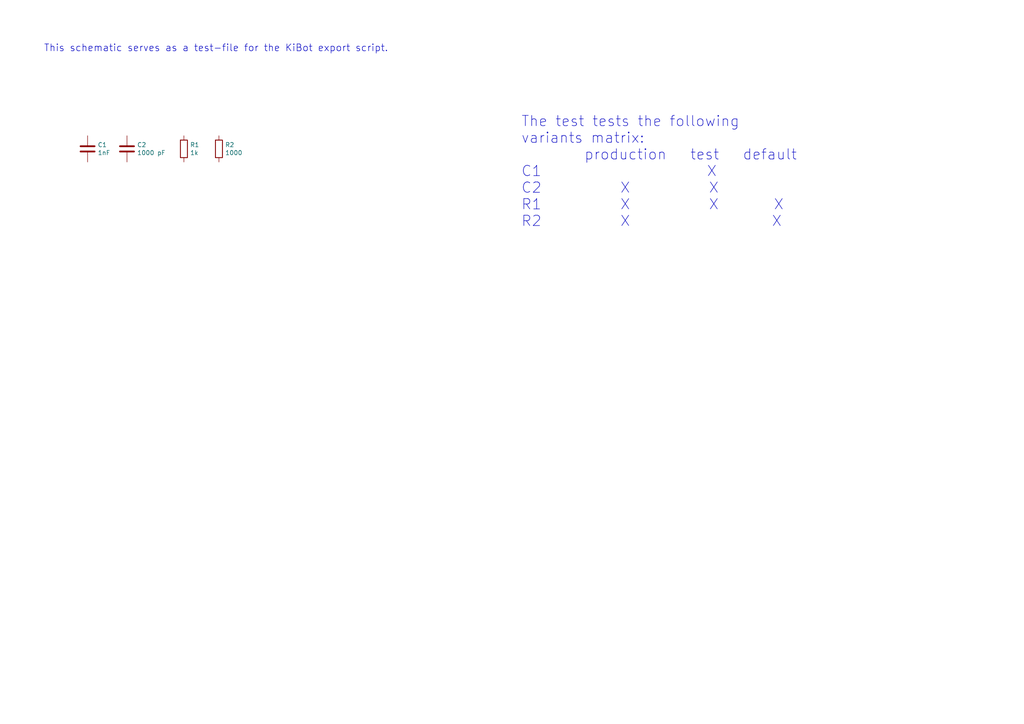
<source format=kicad_sch>
(kicad_sch (version 20230121) (generator eeschema)
  (paper "A4")
  (title_block (title "KiBom Test Schematic") (date "2020-03-12") (rev "A") (company "https://github.com/SchrodingersGat/KiBom"))
  (lib_symbols
    (symbol "Device:C" (pin_numbers hide) (pin_names (offset 0.254))
      (property "Reference" "C" (at 0.635 2.54 0))
      (property "Value" "C" (at 0.635 -2.54 0))
      (symbol "C_0_1"
        (polyline (pts (xy -2.032 -0.762) (xy 2.032 -0.762)) (stroke (width 0.508)))
        (polyline (pts (xy -2.032 0.762) (xy 2.032 0.762)) (stroke (width 0.508)))
      )
      (symbol "C_1_1"
        (pin passive line (at 0 3.81 270) (length 2.794) (name "~") (number "1"))
        (pin passive line (at 0 -3.81 90) (length 2.794) (name "~") (number "2"))
      )
    )
    (symbol "Device:R" (pin_numbers hide) (pin_names (offset 0))
      (property "Reference" "R" (at 2.032 0 90))
      (property "Value" "R" (at 0 0 90))
      (symbol "R_0_1"
        (rectangle (start -1.016 -2.54) (end 1.016 2.54) (stroke (width 0.254)))
      )
      (symbol "R_1_1"
        (pin passive line (at 0 3.81 270) (length 1.27) (name "~") (number "1"))
        (pin passive line (at 0 -3.81 90) (length 1.27) (name "~") (number "2"))
      )
    )
  )
  (text "This schematic serves as a test-file for the KiBot export script.\n" (at 12.7 15.24 0) (effects (font (size 2.0066 2.0066)) (justify left bottom)))
  (text "The test tests the following \nvariants matrix:\n        production   test   default\nC1                     X\nC2          X          X\nR1          X          X       X\nR2          X                  X\n" (at 151.13 66.04 0) (effects (font (size 2.9972 2.9972)) (justify left bottom)))
  (symbol (lib_id "Device:C") (at 25.4 43.18 0) (unit 1)
    (property "Reference" "C1" (at 28.321 42.0116 0) (effects (justify left)))
    (property "Value" "1nF" (at 28.321 44.323 0) (effects (justify left)))
    (property "Config" "-production,+test" (effects hide))
  )
  (symbol (lib_id "Device:C") (at 36.83 43.18 0) (unit 1)
    (property "Reference" "C2" (at 39.751 42.0116 0) (effects (justify left)))
    (property "Value" "1000 pF" (at 39.751 44.323 0) (effects (justify left)))
    (property "Config" "+production,+test" (effects hide))
  )
  (symbol (lib_id "Device:R") (at 53.34 43.18 0) (unit 1)
    (property "Reference" "R1" (at 55.118 42.0116 0) (effects (justify left)))
    (property "Value" "1k" (at 55.118 44.323 0) (effects (justify left)))
    (property "test:Value" "3k3" (effects hide))
  )
  (symbol (lib_id "Device:R") (at 63.5 43.18 0) (unit 1)
    (property "Reference" "R2" (at 65.278 42.0116 0) (effects (justify left)))
    (property "Value" "1000" (at 65.278 44.323 0) (effects (justify left)))
    (property "Config" "-test" (effects hide))
  )
)
</source>
